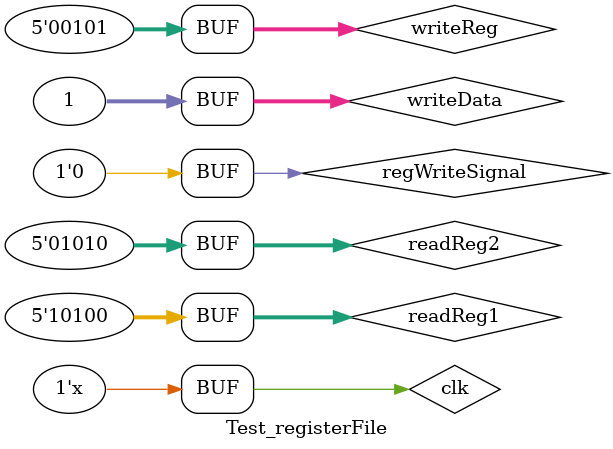
<source format=v>
`timescale 1ns / 1ps


module Test_registerFile;

	// Inputs
	reg clk;
	reg regWriteSignal;
	reg [4:0] readReg1;
	reg [4:0] readReg2;
	reg [4:0] writeReg;
	reg [31:0] writeData;

	// Outputs
	wire [31:0] data1;
	wire [31:0] data2;

	// Instantiate the Unit Under Test (UUT)
	RegisterFile uut (
		.clk(clk), 
		.regWriteSignal(regWriteSignal), 
		.readReg1(readReg1), 
		.readReg2(readReg2), 
		.writeReg(writeReg), 
		.writeData(writeData), 
		.data1(data1), 
		.data2(data2)
	);
	
	always 
		begin
			#50	clk = ~clk;
		end 

	initial begin
		// Initialize Inputs
		clk = 0;
		
		
		regWriteSignal = 1;
		readReg1 = 16;
		readReg2 = 8;
		writeReg = 5;
		writeData = 4;

		#100;
        
		regWriteSignal = 1;
		readReg1 = 31;
		readReg2 = 16;
		writeReg = 12;
		writeData = 8;
		
		#100;
		
		regWriteSignal = 0;
		readReg1 = 20;
		readReg2 = 10;
		writeReg = 5;
		writeData = 1;
		
		#100;

	end
      
endmodule


</source>
